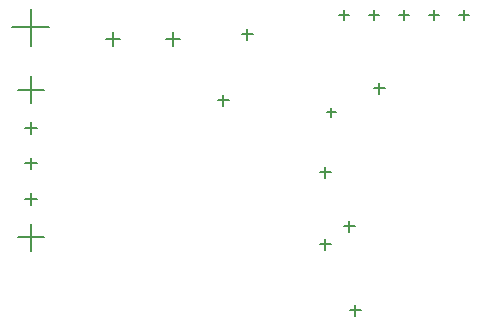
<source format=gbr>
%TF.GenerationSoftware,Altium Limited,Altium Designer,24.0.1 (36)*%
G04 Layer_Color=128*
%FSLAX45Y45*%
%MOMM*%
%TF.SameCoordinates,EA0AF7FB-948C-45CD-8237-9CE77542C851*%
%TF.FilePolarity,Positive*%
%TF.FileFunction,Drillmap*%
%TF.Part,Single*%
G01*
G75*
%TA.AperFunction,NonConductor*%
%ADD38C,0.12700*%
D38*
X299500Y1796415D02*
X400500D01*
X350000Y1745915D02*
Y1846915D01*
X299500Y1496415D02*
X400500D01*
X350000Y1445915D02*
Y1546915D01*
X299500Y1196415D02*
X400500D01*
X350000Y1145915D02*
Y1246915D01*
X238000Y2121415D02*
X462000D01*
X350000Y2009415D02*
Y2233415D01*
X238000Y871415D02*
X462000D01*
X350000Y759415D02*
Y983415D01*
X3973500Y2750000D02*
X4058500D01*
X4016000Y2707500D02*
Y2792500D01*
X2957500Y2750000D02*
X3042500D01*
X3000000Y2707500D02*
Y2792500D01*
X3211500Y2750000D02*
X3296500D01*
X3254000Y2707500D02*
Y2792500D01*
X3465500Y2750000D02*
X3550500D01*
X3508000Y2707500D02*
Y2792500D01*
X3719500Y2750000D02*
X3804500D01*
X3762000Y2707500D02*
Y2792500D01*
X1496500Y2550000D02*
X1611500D01*
X1554000Y2492500D02*
Y2607500D01*
X988500Y2550000D02*
X1103500D01*
X1046000Y2492500D02*
Y2607500D01*
X192500Y2650000D02*
X507500D01*
X350000Y2492500D02*
Y2807500D01*
X3053800Y254000D02*
X3143800D01*
X3098800Y209000D02*
Y299000D01*
X2799800Y812800D02*
X2889800D01*
X2844800Y767800D02*
Y857800D01*
X2799800Y1422400D02*
X2889800D01*
X2844800Y1377400D02*
Y1467400D01*
X2858100Y1930400D02*
X2933100D01*
X2895600Y1892900D02*
Y1967900D01*
X2139400Y2590800D02*
X2229400D01*
X2184400Y2545800D02*
Y2635800D01*
X1936200Y2032000D02*
X2026200D01*
X1981200Y1987000D02*
Y2077000D01*
X3003000Y965200D02*
X3093000D01*
X3048000Y920200D02*
Y1010200D01*
X3257000Y2133600D02*
X3347000D01*
X3302000Y2088600D02*
Y2178600D01*
%TF.MD5,a94ddd2a3f1c04bc64b95a5156d58d2a*%
M02*

</source>
